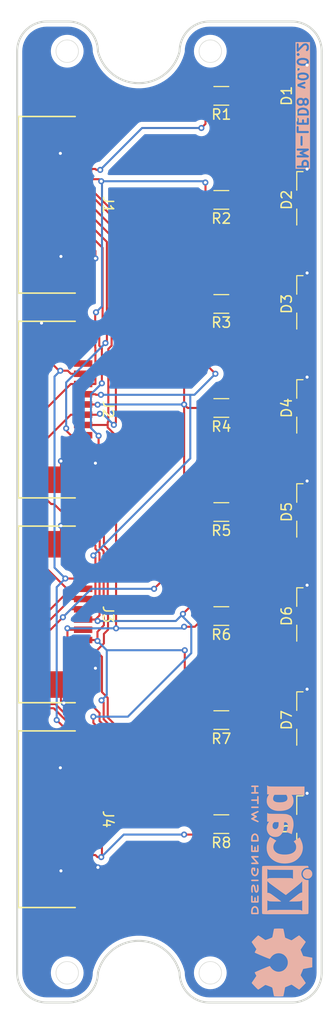
<source format=kicad_pcb>
(kicad_pcb (version 20240108) (generator "pcbnew") (generator_version "8.0")
  (title_block (title "${article} v${version}"))
  (layers (0 "F.Cu" signal) (31 "B.Cu" signal) (34 "B.Paste" user) (35 "F.Paste" user) (36 "B.SilkS" user "B.Silkscreen") (37 "F.SilkS" user "F.Silkscreen") (38 "B.Mask" user) (39 "F.Mask" user) (44 "Edge.Cuts" user))
  (property "article" "PM-LED8")
  (property "version" "0.0.2")
  (net 0 "")
  (net 2 "GND")
  (net 6 "Net-(J1-Pin_3)")
  (net 7 "Net-(J1-Pin_2)")
  (net 8 "Net-(J1-Pin_6)")
  (net 9 "Net-(J1-Pin_4)")
  (net 10 "Net-(J1-Pin_7)")
  (net 11 "Net-(J1-Pin_9)")
  (net 12 "Net-(J1-Pin_8)")
  (net 13 "Net-(J1-Pin_5)")
  (net 14 "Net-(D1-A)")
  (net 15 "Net-(D2-A)")
  (net 16 "Net-(D3-A)")
  (net 17 "Net-(D4-A)")
  (net 18 "Net-(D5-A)")
  (net 19 "Net-(D6-A)")
  (net 20 "Net-(D7-A)")
  (net 21 "Net-(D8-A)")
  (footprint "kicad_inventree_lib:CONN10_AFA07-S10_JUS" (layer "F.Cu") (at 53.8 110.8 -90)
    (property "Reference" "J3")
    (property "Value" "AFA07-S10FCC-00")
  )
  (footprint "kicad_inventree_lib:MountingHole_M2" (layer "F.Cu") (at 55.8 145.8)
    (property "Reference" "H4" (hide yes))
    (property "Value" "MountingHole_M2")
    (fp_circle (center 0 0) (end 1.1 0) (stroke (width 0.05)) (fill none) (layer "Edge.Cuts"))
  )
  (footprint "Resistor_SMD:R_1206_3216Metric_Pad1.30x1.75mm_HandSolder" (layer "F.Cu") (at 70.88 80.48 180)
    (property "Reference" "R3")
    (property "Value" "680R")
  )
  (footprint "kicad_inventree_lib:LED_Kingbright_KPA-3010_3x2x1mm" (layer "F.Cu") (at 79.77 121.12 -90)
    (property "Reference" "D7")
    (property "Value" "Green")
  )
  (footprint "kicad_inventree_lib:LED_Kingbright_KPA-3010_3x2x1mm" (layer "F.Cu") (at 79.77 80.48 -90)
    (property "Reference" "D3")
    (property "Value" "Green")
  )
  (footprint "kicad_inventree_lib:LED_Kingbright_KPA-3010_3x2x1mm" (layer "F.Cu") (at 79.77 90.64 -90)
    (property "Reference" "D4")
    (property "Value" "Green")
  )
  (footprint "kicad_inventree_lib:LED_Kingbright_KPA-3010_3x2x1mm" (layer "F.Cu") (at 79.77 60.16 -90)
    (property "Reference" "D1")
    (property "Value" "Green")
  )
  (footprint "Resistor_SMD:R_1206_3216Metric_Pad1.30x1.75mm_HandSolder" (layer "F.Cu") (at 70.88 121.12 180)
    (property "Reference" "R7")
    (property "Value" "680R")
  )
  (footprint "Resistor_SMD:R_1206_3216Metric_Pad1.30x1.75mm_HandSolder" (layer "F.Cu") (at 70.88 100.8 180)
    (property "Reference" "R5")
    (property "Value" "680R")
  )
  (footprint "Resistor_SMD:R_1206_3216Metric_Pad1.30x1.75mm_HandSolder" (layer "F.Cu") (at 70.88 60.16 180)
    (property "Reference" "R1")
    (property "Value" "680R")
  )
  (footprint "Resistor_SMD:R_1206_3216Metric_Pad1.30x1.75mm_HandSolder" (layer "F.Cu") (at 70.88 131.28 180)
    (property "Reference" "R8")
    (property "Value" "680R")
  )
  (footprint "kicad_inventree_lib:MountingHole_M2" (layer "F.Cu") (at 69.8 145.8)
    (property "Reference" "H3" (hide yes))
    (property "Value" "MountingHole_M2")
    (fp_circle (center 0 0) (end 1.1 0) (stroke (width 0.05)) (fill none) (layer "Edge.Cuts"))
  )
  (footprint "kicad_inventree_lib:LED_Kingbright_KPA-3010_3x2x1mm" (layer "F.Cu") (at 79.77 110.96 -90)
    (property "Reference" "D6")
    (property "Value" "Green")
  )
  (footprint "kicad_inventree_lib:LED_Kingbright_KPA-3010_3x2x1mm" (layer "F.Cu") (at 79.77 70.32 -90)
    (property "Reference" "D2")
    (property "Value" "Green")
  )
  (footprint "kicad_inventree_lib:CONN10_AFA07-S10_JUS" (layer "F.Cu") (at 53.8 130.8 -90)
    (property "Reference" "J4")
    (property "Value" "AFA07-S10FCC-00")
  )
  (footprint "kicad_inventree_lib:MountingHole_M2" (layer "F.Cu") (at 69.8 55.8)
    (property "Reference" "H1" (hide yes))
    (property "Value" "MountingHole_M2")
    (fp_circle (center 0 0) (end 1.1 0) (stroke (width 0.05)) (fill none) (layer "Edge.Cuts"))
  )
  (footprint "kicad_inventree_lib:LED_Kingbright_KPA-3010_3x2x1mm" (layer "F.Cu") (at 79.77 131.28 -90)
    (property "Reference" "D8")
    (property "Value" "Green")
  )
  (footprint "kicad_inventree_lib:CONN10_AFA07-S10_JUS" (layer "F.Cu") (at 53.8 70.8 -90)
    (property "Reference" "J1")
    (property "Value" "AFA07-S10FCC-00")
  )
  (footprint "kicad_inventree_lib:CONN10_AFA07-S10_JUS" (layer "F.Cu") (at 53.8 90.8 -90)
    (property "Reference" "J2")
    (property "Value" "AFA07-S10FCC-00")
  )
  (footprint "Resistor_SMD:R_1206_3216Metric_Pad1.30x1.75mm_HandSolder" (layer "F.Cu") (at 70.88 70.32 180)
    (property "Reference" "R2")
    (property "Value" "680R")
  )
  (footprint "Resistor_SMD:R_1206_3216Metric_Pad1.30x1.75mm_HandSolder" (layer "F.Cu") (at 70.88 110.96 180)
    (property "Reference" "R6")
    (property "Value" "680R")
  )
  (footprint "Resistor_SMD:R_1206_3216Metric_Pad1.30x1.75mm_HandSolder" (layer "F.Cu") (at 70.88 90.64 180)
    (property "Reference" "R4")
    (property "Value" "680R")
  )
  (footprint "kicad_inventree_lib:LED_Kingbright_KPA-3010_3x2x1mm" (layer "F.Cu") (at 79.77 100.8 -90)
    (property "Reference" "D5")
    (property "Value" "Green")
  )
  (footprint "kicad_inventree_lib:MountingHole_M2" (layer "F.Cu") (at 55.8 55.8)
    (property "Reference" "H2" (hide yes))
    (property "Value" "MountingHole_M2")
    (fp_circle (center 0 0) (end 1.1 0) (stroke (width 0.05)) (fill none) (layer "Edge.Cuts"))
  )
  (footprint "Symbol:OSHW-Symbol_6.7x6mm_SilkScreen" (layer "B.Cu") (at 76.8 144.8 90)
    (property "Reference" "REF**" (hide yes))
    (property "Value" "OSHW-Symbol_6.7x6mm_SilkScreen" (hide yes))
  )
  (footprint "Symbol:KiCad-Logo2_5mm_SilkScreen" (layer "B.Cu") (at 76.8 133.8 90)
    (property "Reference" "Logo_kicad" (hide yes))
    (property "Value" "KiCad-Logo2_5mm_SilkScreen" (hide yes))
  )
  (gr_line (start 80.7 145.8) (end 80.7 55.8) (stroke (width 0.2)) (layer "Edge.Cuts"))
  (gr_arc (start 50.9 55.8) (mid 51.74939 53.74939) (end 53.8 52.9) (stroke (width 0.2)) (layer "Edge.Cuts"))
  (gr_arc (start 58.800001 145.8) (mid 62.8 142.676895) (end 66.799999 145.8) (stroke (width 0.2)) (layer "Edge.Cuts"))
  (gr_arc (start 80.7 145.8) (mid 79.85061 147.85061) (end 77.8 148.7) (stroke (width 0.2)) (layer "Edge.Cuts"))
  (gr_arc (start 55.9 52.9) (mid 57.95061 53.74939) (end 58.8 55.8) (stroke (width 0.2)) (layer "Edge.Cuts"))
  (gr_line (start 53.8 148.7) (end 55.9 148.7) (stroke (width 0.2)) (layer "Edge.Cuts"))
  (gr_arc (start 58.8 145.8) (mid 57.95061 147.85061) (end 55.9 148.7) (stroke (width 0.2)) (layer "Edge.Cuts"))
  (gr_arc (start 66.799999 55.8) (mid 62.8 58.923105) (end 58.800001 55.8) (stroke (width 0.2)) (layer "Edge.Cuts"))
  (gr_line (start 50.9 55.8) (end 50.9 145.8) (stroke (width 0.2)) (layer "Edge.Cuts"))
  (gr_arc (start 53.8 148.7) (mid 51.74939 147.85061) (end 50.9 145.8) (stroke (width 0.2)) (layer "Edge.Cuts"))
  (gr_line (start 69.7 148.7) (end 77.8 148.7) (stroke (width 0.2)) (layer "Edge.Cuts"))
  (gr_line (start 69.7 52.9) (end 77.8 52.9) (stroke (width 0.2)) (layer "Edge.Cuts"))
  (gr_arc (start 77.8 52.9) (mid 79.85061 53.74939) (end 80.7 55.8) (stroke (width 0.2)) (layer "Edge.Cuts"))
  (gr_line (start 53.8 52.9) (end 55.9 52.9) (stroke (width 0.2)) (layer "Edge.Cuts"))
  (gr_arc (start 66.8 55.8) (mid 67.64939 53.74939) (end 69.7 52.9) (stroke (width 0.2)) (layer "Edge.Cuts"))
  (gr_arc (start 69.7 148.7) (mid 67.64939 147.85061) (end 66.8 145.8) (stroke (width 0.2)) (layer "Edge.Cuts"))
  (gr_text "${article} v${version}" (at 78.8 54.8 270) (layer "B.SilkS" knockout) (effects (font (size 1 1) (thickness 0.2) (bold yes)) (justify right mirror)))
  (segment (start 79.27 128.2687) (end 79.27 129.53) (width 0.2) (layer "F.Cu") (net 2))
  (segment (start 53.3857 83.95) (end 53.3857 82.4484) (width 0.2) (layer "F.Cu") (net 2))
  (segment (start 57.356 135.3) (end 58.5594 135.3) (width 0.2) (layer "F.Cu") (net 2))
  (segment (start 58.5594 116.0548) (end 58.5594 115.3) (width 0.2) (layer "F.Cu") (net 2))
  (segment (start 57.356 95.3) (end 58.5594 95.3) (width 0.2) (layer "F.Cu") (net 2))
  (segment (start 79.27 107.9462) (end 79.27 109.21) (width 0.2) (layer "F.Cu") (net 2))
  (segment (start 55.186 95.8249) (end 55.186 97.65) (width 0.2) (layer "F.Cu") (net 2))
  (segment (start 58.5594 75.3) (end 58.5594 76.0353) (width 0.2) (layer "F.Cu") (net 2))
  (segment (start 79.27 97.7727) (end 79.27 99.05) (width 0.2) (layer "F.Cu") (net 2))
  (segment (start 55.186 135.8431) (end 55.186 137.65) (width 0.2) (layer "F.Cu") (net 2))
  (segment (start 58.5594 135.3) (end 58.7644 135.505) (width 0.2) (layer "F.Cu") (net 2))
  (segment (start 79.27 77.4556) (end 79.27 78.73) (width 0.2) (layer "F.Cu") (net 2))
  (segment (start 55.1272 65.6059) (end 55.186 65.5471) (width 0.2) (layer "F.Cu") (net 2))
  (segment (start 55.186 123.95) (end 55.186 125.5471) (width 0.2) (layer "F.Cu") (net 2))
  (segment (start 55.4679 119.4578) (end 55.2572 119.2471) (width 0.2) (layer "F.Cu") (net 2))
  (segment (start 55.1272 125.6059) (end 55.1272 125.7778) (width 0.2) (layer "F.Cu") (net 2))
  (segment (start 57.356 115.3) (end 58.5594 115.3) (width 0.2) (layer "F.Cu") (net 2))
  (segment (start 79.27 57.157) (end 79.27 58.41) (width 0.2) (layer "F.Cu") (net 2))
  (segment (start 55.186 83.95) (end 53.3857 83.95) (width 0.2) (layer "F.Cu") (net 2))
  (segment (start 55.1272 65.7778) (end 55.1272 65.6059) (width 0.2) (layer "F.Cu") (net 2))
  (segment (start 79.27 87.6275) (end 79.27 88.89) (width 0.2) (layer "F.Cu") (net 2))
  (segment (start 55.186 75.8431) (end 55.186 77.65) (width 0.2) (layer "F.Cu") (net 2))
  (segment (start 58.7644 135.505) (end 58.8028 135.505) (width 0.2) (layer "F.Cu") (net 2))
  (segment (start 55.186 125.5471) (end 55.1272 125.6059) (width 0.2) (layer "F.Cu") (net 2))
  (segment (start 55.2572 119.2471) (end 55.186 119.2471) (width 0.2) (layer "F.Cu") (net 2))
  (segment (start 53.3857 82.4484) (end 53.2847 82.3474) (width 0.2) (layer "F.Cu") (net 2))
  (segment (start 55.186 117.65) (end 55.186 119.2471) (width 0.2) (layer "F.Cu") (net 2))
  (segment (start 55.186 63.95) (end 55.186 65.5471) (width 0.2) (layer "F.Cu") (net 2))
  (segment (start 55.186 103.95) (end 55.186 102.1394) (width 0.2) (layer "F.Cu") (net 2))
  (segment (start 79.27 118.102) (end 79.27 119.37) (width 0.2) (layer "F.Cu") (net 2))
  (segment (start 57.356 75.3) (end 58.5594 75.3) (width 0.2) (layer "F.Cu") (net 2))
  (segment (start 58.5594 96.0307) (end 58.5594 95.3) (width 0.2) (layer "F.Cu") (net 2))
  (segment (start 79.27 67.3072) (end 79.27 68.57) (width 0.2) (layer "F.Cu") (net 2))
  (via (at 79.27 67.3072) (size 0.6) (drill 0.3) (layers "F.Cu" "B.Cu") (net 2))
  (via (at 55.186 135.8431) (size 0.6) (drill 0.3) (layers "F.Cu" "B.Cu") (net 2))
  (via (at 55.1272 65.7778) (size 0.6) (drill 0.3) (layers "F.Cu" "B.Cu") (net 2))
  (via (at 55.186 95.8249) (size 0.6) (drill 0.3) (layers "F.Cu" "B.Cu") (net 2))
  (via (at 79.27 118.102) (size 0.6) (drill 0.3) (layers "F.Cu" "B.Cu") (net 2))
  (via (at 55.1272 125.7778) (size 0.6) (drill 0.3) (layers "F.Cu" "B.Cu") (net 2))
  (via (at 55.4679 119.4578) (size 0.6) (drill 0.3) (layers "F.Cu" "B.Cu") (net 2))
  (via (at 58.5594 116.0548) (size 0.6) (drill 0.3) (layers "F.Cu" "B.Cu") (net 2))
  (via (at 79.27 77.4556) (size 0.6) (drill 0.3) (layers "F.Cu" "B.Cu") (net 2))
  (via (at 79.27 107.9462) (size 0.6) (drill 0.3) (layers "F.Cu" "B.Cu") (net 2))
  (via (at 55.186 102.1394) (size 0.6) (drill 0.3) (layers "F.Cu" "B.Cu") (net 2))
  (via (at 53.2847 82.3474) (size 0.6) (drill 0.3) (layers "F.Cu" "B.Cu") (net 2))
  (via (at 58.5594 76.0353) (size 0.6) (drill 0.3) (layers "F.Cu" "B.Cu") (net 2))
  (via (at 55.186 75.8431) (size 0.6) (drill 0.3) (layers "F.Cu" "B.Cu") (net 2))
  (via (at 79.27 57.157) (size 0.6) (drill 0.3) (layers "F.Cu" "B.Cu") (net 2))
  (via (at 79.27 87.6275) (size 0.6) (drill 0.3) (layers "F.Cu" "B.Cu") (net 2))
  (via (at 58.5594 96.0307) (size 0.6) (drill 0.3) (layers "F.Cu" "B.Cu") (net 2))
  (via (at 79.27 128.2687) (size 0.6) (drill 0.3) (layers "F.Cu" "B.Cu") (net 2))
  (via (at 58.8028 135.505) (size 0.6) (drill 0.3) (layers "F.Cu" "B.Cu") (net 2))
  (via (at 79.27 97.7727) (size 0.6) (drill 0.3) (layers "F.Cu" "B.Cu") (net 2))
  (segment (start 52.5549 124.7023) (end 56.1526 128.3) (width 0.2) (layer "F.Cu") (net 6))
  (segment (start 58.6152 81.3) (end 58.5384 81.3768) (width 0.2) (layer "F.Cu") (net 6))
  (segment (start 52.5549 111.8977) (end 52.5549 124.7023) (width 0.2) (layer "F.Cu") (net 6))
  (segment (start 58.9297 68.3) (end 59.1297 68.5) (width 0.2) (layer "F.Cu") (net 6))
  (segment (start 57.356 68.3) (end 58.9297 68.3) (width 0.2) (layer "F.Cu") (net 6))
  (segment (start 58.5594 84.738) (end 58.5594 88.3) (width 0.2) (layer "F.Cu") (net 6))
  (segment (start 52.984 91.4686) (end 52.984 105.5114) (width 0.2) (layer "F.Cu") (net 6))
  (segment (start 52.984 105.5114) (end 55.7726 108.3) (width 0.2) (layer "F.Cu") (net 6))
  (segment (start 56.1526 88.3) (end 52.984 91.4686) (width 0.2) (layer "F.Cu") (net 6))
  (segment (start 58.5384 81.3768) (end 58.5384 84.717) (width 0.2) (layer "F.Cu") (net 6))
  (segment (start 57.9577 88.3) (end 57.356 88.3) (width 0.2) (layer "F.Cu") (net 6))
  (segment (start 69.3169 68.622) (end 69.33 68.6351) (width 0.2) (layer "F.Cu") (net 6))
  (segment (start 57.356 108.3) (end 56.1526 108.3) (width 0.2) (layer "F.Cu") (net 6))
  (segment (start 57.356 128.3) (end 56.1526 128.3) (width 0.2) (layer "F.Cu") (net 6))
  (segment (start 69.33 68.6351) (end 69.33 70.32) (width 0.2) (layer "F.Cu") (net 6))
  (segment (start 57.356 88.3) (end 56.1526 88.3) (width 0.2) (layer "F.Cu") (net 6))
  (segment (start 55.7726 108.3) (end 56.1526 108.3) (width 0.2) (layer "F.Cu") (net 6))
  (segment (start 57.9577 88.3) (end 58.5594 88.3) (width 0.2) (layer "F.Cu") (net 6))
  (segment (start 58.5384 84.717) (end 58.5594 84.738) (width 0.2) (layer "F.Cu") (net 6))
  (segment (start 56.1526 108.3) (end 52.5549 111.8977) (width 0.2) (layer "F.Cu") (net 6))
  (via (at 59.1297 68.5) (size 0.6) (drill 0.3) (layers "F.Cu" "B.Cu") (net 6))
  (via (at 58.6152 81.3) (size 0.6) (drill 0.3) (layers "F.Cu" "B.Cu") (net 6))
  (via (at 69.3169 68.622) (size 0.6) (drill 0.3) (layers "F.Cu" "B.Cu") (net 6))
  (segment (start 59.2033 80.7119) (end 58.6152 81.3) (width 0.2) (layer "B.Cu") (net 6))
  (segment (start 69.1949 68.5) (end 69.3169 68.622) (width 0.2) (layer "B.Cu") (net 6))
  (segment (start 59.1297 68.5) (end 59.2033 68.5736) (width 0.2) (layer "B.Cu") (net 6))
  (segment (start 59.2033 68.5736) (end 59.2033 80.7119) (width 0.2) (layer "B.Cu") (net 6))
  (segment (start 59.1297 68.5) (end 69.1949 68.5) (width 0.2) (layer "B.Cu") (net 6))
  (segment (start 56.3999 121.8857) (end 55.5438 121.8857) (width 0.2) (layer "F.Cu") (net 7))
  (segment (start 57.9577 67.3) (end 57.356 67.3) (width 0.2) (layer "F.Cu") (net 7))
  (segment (start 57.9577 67.3) (end 58.5594 67.3) (width 0.2) (layer "F.Cu") (net 7))
  (segment (start 57.6728 124.9709) (end 57.6728 123.1586) (width 0.2) (layer "F.Cu") (net 7))
  (segment (start 57.356 107.3) (end 56.1526 107.3) (width 0.2) (layer "F.Cu") (net 7))
  (segment (start 58.033 127.3) (end 58.5594 126.7736) (width 0.2) (layer "F.Cu") (net 7))
  (segment (start 55.3993 87) (end 55.4899 87) (width 0.2) (layer "F.Cu") (net 7))
  (segment (start 58.5594 126.7736) (end 58.5594 125.8575) (width 0.2) (layer "F.Cu") (net 7))
  (segment (start 58.5594 67.3) (end 58.6506 67.3912) (width 0.2) (layer "F.Cu") (net 7))
  (segment (start 55.3086 87) (end 55.3993 87) (width 0.2) (layer "F.Cu") (net 7))
  (segment (start 55.8526 87) (end 56.1526 87.3) (width 0.2) (layer "F.Cu") (net 7))
  (segment (start 55.4899 87) (end 55.8526 87) (width 0.2) (layer "F.Cu") (net 7))
  (segment (start 58.6506 67.3912) (end 59.0289 67.3912) (width 0.2) (layer "F.Cu") (net 7))
  (segment (start 57.356 87.3) (end 56.1526 87.3) (width 0.2) (layer "F.Cu") (net 7))
  (segment (start 57.6728 123.1586) (end 56.3999 121.8857) (width 0.2) (layer "F.Cu") (net 7))
  (segment (start 56.1465 107.2939) (end 56.1526 107.3) (width 0.2) (layer "F.Cu") (net 7))
  (segment (start 58.5594 125.8575) (end 57.6728 124.9709) (width 0.2) (layer "F.Cu") (net 7))
  (segment (start 55.5438 121.8857) (end 54.7692 121.1111) (width 0.2) (layer "F.Cu") (net 7))
  (segment (start 56.2543 67.300007) (end 51.8 71.754307) (width 0.2) (layer "F.Cu") (net 7))
  (segment (start 57.356 67.300007) (end 56.2543 67.300007) (width 0.2) (layer "F.Cu") (net 7))
  (segment (start 55.6173 107.2939) (end 56.1465 107.2939) (width 0.2) (layer "F.Cu") (net 7))
  (segment (start 51.8 83.8) (end 55 87) (width 0.2) (layer "F.Cu") (net 7))
  (segment (start 69.33 62.8982) (end 68.9282 63.3) (width 0.2) (layer "F.Cu") (net 7))
  (segment (start 51.8 71.754307) (end 51.8 83.8) (width 0.2) (layer "F.Cu") (net 7))
  (segment (start 57.356 127.3) (end 58.033 127.3) (width 0.2) (layer "F.Cu") (net 7))
  (segment (start 55 87) (end 55.1272 87) (width 0.2) (layer "F.Cu") (net 7))
  (segment (start 55.1272 87) (end 55.3086 87) (width 0.2) (layer "F.Cu") (net 7))
  (segment (start 69.33 60.16) (end 69.33 62.8982) (width 0.2) (layer "F.Cu") (net 7))
  (via (at 54.7692 121.1111) (size 0.6) (drill 0.3) (layers "F.Cu" "B.Cu") (net 7))
  (via (at 59.0289 67.3912) (size 0.6) (drill 0.3) (layers "F.Cu" "B.Cu") (net 7))
  (via (at 55.6173 107.2939) (size 0.6) (drill 0.3) (layers "F.Cu" "B.Cu") (net 7))
  (via (at 55.1272 87) (size 0.6) (drill 0.3) (layers "F.Cu" "B.Cu") (net 7))
  (via (at 68.9282 63.3) (size 0.6) (drill 0.3) (layers "F.Cu" "B.Cu") (net 7))
  (segment (start 54.5581 106.2347) (end 54.5581 87.5691) (width 0.2) (layer "B.Cu") (net 7))
  (segment (start 54.7692 108.142) (end 55.6173 107.2939) (width 0.2) (layer "B.Cu") (net 7))
  (segment (start 54.5581 87.5691) (end 55.1272 87) (width 0.2) (layer "B.Cu") (net 7))
  (segment (start 68.9282 63.3) (end 63.1201 63.3) (width 0.2) (layer "B.Cu") (net 7))
  (segment (start 63.1201 63.3) (end 59.0289 67.3912) (width 0.2) (layer "B.Cu") (net 7))
  (segment (start 55.6173 107.2939) (end 54.5581 106.2347) (width 0.2) (layer "B.Cu") (net 7))
  (segment (start 54.7692 121.1111) (end 54.7692 108.142) (width 0.2) (layer "B.Cu") (net 7))
  (segment (start 58.5594 104.0713) (end 54.5109 100.0228) (width 0.2) (layer "F.Cu") (net 8))
  (segment (start 58.9603 104.7984) (end 58.6078 104.4459) (width 0.2) (layer "F.Cu") (net 8))
  (segment (start 58.9611 130.5047) (end 58.9611 129.8326) (width 0.2) (layer "F.Cu") (net 8))
  (segment (start 58.9611 104.8813) (end 58.9603 104.8805) (width 0.2) (layer "F.Cu") (net 8))
  (segment (start 60.5598 73.3004) (end 58.5594 71.3) (width 0.2) (layer "F.Cu") (net 8))
  (segment (start 57.356 91.3) (end 56.1526 91.3) (width 0.2) (layer "F.Cu") (net 8))
  (segment (start 59.1611 129.6326) (end 59.1611 129.5255) (width 0.2) (layer "F.Cu") (net 8))
  (segment (start 59.7645 125.3586) (end 59.3628 124.9569) (width 0.2) (layer "F.Cu") (net 8))
  (segment (start 58.7033 111.4439) (end 58.5594 111.3) (width 0.2) (layer "F.Cu") (net 8))
  (segment (start 54.5109 100.0228) (end 54.2295 100.0228) (width 0.2) (layer "F.Cu") (net 8))
  (segment (start 57.356 131.3) (end 58.0019 131.3) (width 0.2) (layer "F.Cu") (net 8))
  (segment (start 58.7257 130.7401) (end 58.9611 130.5047) (width 0.2) (layer "F.Cu") (net 8))
  (segment (start 58.9611 110.8983) (end 58.9611 104.8813) (width 0.2) (layer "F.Cu") (net 8))
  (segment (start 58.0019 131.3) (end 58.5617 130.7402) (width 0.2) (layer "F.Cu") (net 8))
  (segment (start 58.9611 129.8326) (end 59.1611 129.6326) (width 0.2) (layer "F.Cu") (net 8))
  (segment (start 58.6078 104.4459) (end 58.6077 104.4459) (width 0.2) (layer "F.Cu") (net 8))
  (segment (start 60.3602 92.2916) (end 60.5598 92.092) (width 0.2) (layer "F.Cu") (net 8))
  (segment (start 59.3628 124.9569) (end 59.3628 122.3948) (width 0.2) (layer "F.Cu") (net 8))
  (segment (start 59.7645 127.7989) (end 59.7645 125.3586) (width 0.2) (layer "F.Cu") (net 8))
  (segment (start 54.2295 100.0228) (end 53.3857 99.179) (width 0.2) (layer "F.Cu") (net 8))
  (segment (start 58.7748 111.4439) (end 58.7033 111.4439) (width 0.2) (layer "F.Cu") (net 8))
  (segment (start 53.3857 99.179) (end 53.3857 94.0669) (width 0.2) (layer "F.Cu") (net 8))
  (segment (start 58.9603 104.8805) (end 58.9603 104.7984) (width 0.2) (layer "F.Cu") (net 8))
  (segment (start 58.6077 104.4459) (end 58.5594 104.3976) (width 0.2) (layer "F.Cu") (net 8))
  (segment (start 58.9904 91.2102) (end 58.9006 91.3) (width 0.2) (layer "F.Cu") (net 8))
  (segment (start 53.3857 94.0669) (end 56.1526 91.3) (width 0.2) (layer "F.Cu") (net 8))
  (segment (start 58.3585 121.3905) (end 58.3585 120.7861) (width 0.2) (layer "F.Cu") (net 8))
  (segment (start 59.1611 129.5255) (end 59.3628 129.3238) (width 0.2) (layer "F.Cu") (net 8))
  (segment (start 58.9006 91.3) (end 57.356 91.3) (width 0.2) (layer "F.Cu") (net 8))
  (segment (start 58.5617 130.7402) (end 58.5617 130.7401) (width 0.2) (layer "F.Cu") (net 8))
  (segment (start 60.5598 92.092) (end 60.5598 73.3004) (width 0.2) (layer "F.Cu") (net 8))
  (segment (start 58.5617 130.7401) (end 58.7257 130.7401) (width 0.2) (layer "F.Cu") (net 8))
  (segment (start 58.5594 111.3) (end 58.9611 110.8983) (width 0.2) (layer "F.Cu") (net 8))
  (segment (start 58.5594 104.3976) (end 58.5594 104.0713) (width 0.2) (layer "F.Cu") (net 8))
  (segment (start 69.33 108.5443) (end 67.1222 110.7521) (width 0.2) (layer "F.Cu") (net 8))
  (segment (start 59.3628 129.3238) (end 59.3628 128.2006) (width 0.2) (layer "F.Cu") (net 8))
  (segment (start 57.356 71.3) (end 58.5594 71.3) (width 0.2) (layer "F.Cu") (net 8))
  (segment (start 59.3628 122.3948) (end 58.3585 121.3905) (width 0.2) (layer "F.Cu") (net 8))
  (segment (start 69.33 100.8) (end 69.33 108.5443) (width 0.2) (layer "F.Cu") (net 8))
  (segment (start 57.356 111.3) (end 58.5594 111.3) (width 0.2) (layer "F.Cu") (net 8))
  (segment (start 59.3628 128.2006) (end 59.7645 127.7989) (width 0.2) (layer "F.Cu") (net 8))
  (via (at 60.3602 92.2916) (size 0.6) (drill 0.3) (layers "F.Cu" "B.Cu") (net 8))
  (via (at 58.9904 91.2102) (size 0.6) (drill 0.3) (layers "F.Cu" "B.Cu") (net 8))
  (via (at 58.7748 111.4439) (size 0.6) (drill 0.3) (layers "F.Cu" "B.Cu") (net 8))
  (via (at 58.3585 120.7861) (size 0.6) (drill 0.3) (layers "F.Cu" "B.Cu") (net 8))
  (via (at 67.1222 110.7521) (size 0.6) (drill 0.3) (layers "F.Cu" "B.Cu") (net 8))
  (segment (start 67.941 111.8555) (end 67.941 114.5795) (width 0.2) (layer "B.Cu") (net 8))
  (segment (start 66.4304 111.4439) (end 66.9799 110.8944) (width 0.2) (layer "B.Cu") (net 8))
  (segment (start 67.941 114.5795) (end 61.7344 120.7861) (width 0.2) (layer "B.Cu") (net 8))
  (segment (start 60.3602 92.2916) (end 59.2788 91.2102) (width 0.2) (layer "B.Cu") (net 8))
  (segment (start 58.7748 111.4439) (end 66.4304 111.4439) (width 0.2) (layer "B.Cu") (net 8))
  (segment (start 66.9799 110.8944) (end 67.941 111.8555) (width 0.2) (layer "B.Cu") (net 8))
  (segment (start 59.2788 91.2102) (end 58.9904 91.2102) (width 0.2) (layer "B.Cu") (net 8))
  (segment (start 61.7344 120.7861) (end 58.3585 120.7861) (width 0.2) (layer "B.Cu") (net 8))
  (segment (start 66.9799 110.8944) (end 67.1222 110.7521) (width 0.2) (layer "B.Cu") (net 8))
  (segment (start 69.33 80.48) (end 69.33 86.33) (width 0.2) (layer "F.Cu") (net 9))
  (segment (start 58.3586 105.0476) (end 58.5594 105.2484) (width 0.2) (layer "F.Cu") (net 9))
  (segment (start 52.9566 119.3629) (end 52.9566 112.496) (width 0.2) (layer "F.Cu") (net 9))
  (segment (start 57.356 129.3) (end 58.027 129.3) (width 0.2) (layer "F.Cu") (net 9))
  (segment (start 59.1 89.3544) (end 58.6138 89.3544) (width 0.2) (layer "F.Cu") (net 9))
  (segment (start 58.5594 127.8679) (end 58.9611 127.4662) (width 0.2) (layer "F.Cu") (net 9))
  (segment (start 57.356 89.3) (end 58.5594 89.3) (width 0.2) (layer "F.Cu") (net 9))
  (segment (start 58.6138 89.3544) (end 58.5594 89.3) (width 0.2) (layer "F.Cu") (net 9))
  (segment (start 57.356 109.3) (end 56.1526 109.3) (width 0.2) (layer "F.Cu") (net 9))
  (segment (start 54.4762 119.962) (end 53.5557 119.962) (width 0.2) (layer "F.Cu") (net 9))
  (segment (start 58.5594 105.2484) (end 58.5594 109.3) (width 0.2) (layer "F.Cu") (net 9))
  (segment (start 58.150003 69.300003) (end 69.33 80.48) (width 0.2) (layer "F.Cu") (net 9))
  (segment (start 58.5594 128.7676) (end 58.5594 127.8679) (width 0.2) (layer "F.Cu") (net 9))
  (segment (start 58.9611 127.4662) (end 58.9611 125.6912) (width 0.2) (layer "F.Cu") (net 9))
  (segment (start 56.5662 121.484) (end 55.9982 121.484) (width 0.2) (layer "F.Cu") (net 9))
  (segment (start 58.027 129.3) (end 58.5594 128.7676) (width 0.2) (layer "F.Cu") (net 9))
  (segment (start 58.0745 124.8046) (end 58.0745 122.9923) (width 0.2) (layer "F.Cu") (net 9))
  (segment (start 57.356 109.3) (end 58.5594 109.3) (width 0.2) (layer "F.Cu") (net 9))
  (segment (start 53.5557 119.962) (end 52.9566 119.3629) (width 0.2) (layer "F.Cu") (net 9))
  (segment (start 58.0745 122.9923) (end 56.5662 121.484) (width 0.2) (layer "F.Cu") (net 9))
  (segment (start 58.9611 125.6912) (end 58.0745 124.8046) (width 0.2) (layer "F.Cu") (net 9))
  (segment (start 55.9982 121.484) (end 54.4762 119.962) (width 0.2) (layer "F.Cu") (net 9))
  (segment (start 52.9566 112.496) (end 56.1526 109.3) (width 0.2) (layer "F.Cu") (net 9))
  (segment (start 69.33 86.33) (end 70.3 87.3) (width 0.2) (layer "F.Cu") (net 9))
  (segment (start 57.356 69.300003) (end 58.150003 69.300003) (width 0.2) (layer "F.Cu") (net 9))
  (via (at 70.3 87.3) (size 0.6) (drill 0.3) (layers "F.Cu" "B.Cu") (net 9))
  (via (at 58.3586 105.0476) (size 0.6) (drill 0.3) (layers "F.Cu" "B.Cu") (net 9))
  (via (at 59.1 89.3544) (size 0.6) (drill 0.3) (layers "F.Cu" "B.Cu") (net 9))
  (segment (start 67.8428 89.3544) (end 67.8428 95.5634) (width 0.2) (layer "B.Cu") (net 9))
  (segment (start 70.3 87.3) (end 68.2456 89.3544) (width 0.2) (layer "B.Cu") (net 9))
  (segment (start 67.8428 95.5634) (end 58.3586 105.0476) (width 0.2) (layer "B.Cu") (net 9))
  (segment (start 67.8428 89.3544) (end 59.1 89.3544) (width 0.2) (layer "B.Cu") (net 9))
  (segment (start 68.2456 89.3544) (end 67.8428 89.3544) (width 0.2) (layer "B.Cu") (net 9))
  (segment (start 59.823 84.8713) (end 60.1435 84.5508) (width 0.2) (layer "F.Cu") (net 10))
  (segment (start 56.8016 116.0256) (end 56.4342 116.0256) (width 0.2) (layer "F.Cu") (net 10))
  (segment (start 55.8224 115.4138) (end 55.8224 112.1593) (width 0.2) (layer "F.Cu") (net 10))
  (segment (start 58.81 131.1418) (end 58.892 131.1418) (width 0.2) (layer "F.Cu") (net 10))
  (segment (start 59.7585 92.3) (end 59.7585 92.5407) (width 0.2) (layer "F.Cu") (net 10))
  (segment (start 60.1435 84.5508) (end 60.1435 73.8841) (width 0.2) (layer "F.Cu") (net 10))
  (segment (start 59.5628 129.6918) (end 59.7645 129.4901) (width 0.2) (layer "F.Cu") (net 10))
  (segment (start 58.5594 132.3) (end 58.5594 131.3924) (width 0.2) (layer "F.Cu") (net 10))
  (segment (start 59.3628 130.671) (end 59.3628 129.9989) (width 0.2) (layer "F.Cu") (net 10))
  (segment (start 58.9611 121.2006) (end 58.9611 120.4199) (width 0.2) (layer "F.Cu") (net 10))
  (segment (start 60.5811 93.3633) (end 60.5811 112.1593) (width 0.2) (layer "F.Cu") (net 10))
  (segment (start 59.7585 92.3) (end 57.356 92.3) (width 0.2) (layer "F.Cu") (net 10))
  (segment (start 60.1435 73.8841) (end 58.5594 72.3) (width 0.2) (layer "F.Cu") (net 10))
  (segment (start 59.5628 129.7989) (end 59.5628 129.6918) (width 0.2) (layer "F.Cu") (net 10))
  (segment (start 59.3628 129.9989) (end 59.5628 129.7989) (width 0.2) (layer "F.Cu") (net 10))
  (segment (start 57.356 132.3) (end 58.5594 132.3) (width 0.2) (layer "F.Cu") (net 10))
  (segment (start 59.7645 129.4901) (end 59.7645 128.3669) (width 0.2) (layer "F.Cu") (net 10))
  (segment (start 59.7585 92.5407) (end 60.5811 93.3633) (width 0.2) (layer "F.Cu") (net 10))
  (segment (start 60.1662 127.9652) (end 60.1662 125.1923) (width 0.2) (layer "F.Cu") (net 10))
  (segment (start 59.7645 122.004) (end 58.9611 121.2006) (width 0.2) (layer "F.Cu") (net 10))
  (segment (start 57.1688 116.3928) (end 56.8016 116.0256) (width 0.2) (layer "F.Cu") (net 10))
  (segment (start 58.892 131.1418) (end 59.3628 130.671) (width 0.2) (layer "F.Cu") (net 10))
  (segment (start 57.356 112.3) (end 56.1526 112.3) (width 0.2) (layer "F.Cu") (net 10))
  (segment (start 58.5594 131.3924) (end 58.81 131.1418) (width 0.2) (layer "F.Cu") (net 10))
  (segment (start 59.823 91.978) (end 59.823 84.8713) (width 0.2) (layer "F.Cu") (net 10))
  (segment (start 56.1526 112.3) (end 55.9631 112.3) (width 0.2) (layer "F.Cu") (net 10))
  (segment (start 59.7645 124.7906) (end 59.7645 122.004) (width 0.2) (layer "F.Cu") (net 10))
  (segment (start 57.1688 118.6276) (end 57.1688 116.3928) (width 0.2) (layer "F.Cu") (net 10))
  (segment (start 59.7585 92.0425) (end 59.823 91.978) (width 0.2) (layer "F.Cu") (net 10))
  (segment (start 57.356 72.3) (end 58.5594 72.3) (width 0.2) (layer "F.Cu") (net 10))
  (segment (start 69.33 110.96) (end 68.2857 112.0043) (width 0.2) (layer "F.Cu") (net 10))
  (segment (start 59.7645 128.3669) (end 60.1662 127.9652) (width 0.2) (layer "F.Cu") (net 10))
  (segment (start 58.9611 120.4199) (end 57.1688 118.6276) (width 0.2) (layer "F.Cu") (net 10))
  (segment (start 59.7585 92.3) (end 59.7585 92.0425) (width 0.2) (layer "F.Cu") (net 10))
  (segment (start 56.4342 116.0256) (end 55.8224 115.4138) (width 0.2) (layer "F.Cu") (net 10))
  (segment (start 55.9631 112.3) (end 55.8224 112.1593) (width 0.2) (layer "F.Cu") (net 10))
  (segment (start 60.1662 125.1923) (end 59.7645 124.7906) (width 0.2) (layer "F.Cu") (net 10))
  (segment (start 68.2857 112.0043) (end 67.2379 112.0043) (width 0.2) (layer "F.Cu") (net 10))
  (via (at 60.5811 112.1593) (size 0.6) (drill 0.3) (layers "F.Cu" "B.Cu") (net 10))
  (via (at 55.8224 112.1593) (size 0.6) (drill 0.3) (layers "F.Cu" "B.Cu") (net 10))
  (via (at 67.2379 112.0043) (size 0.6) (drill 0.3) (layers "F.Cu" "B.Cu") (net 10))
  (segment (start 60.5811 112.1593) (end 67.0829 112.1593) (width 0.2) (layer "B.Cu") (net 10))
  (segment (start 67.0829 112.1593) (end 67.2379 112.0043) (width 0.2) (layer "B.Cu") (net 10))
  (segment (start 60.5811 112.1593) (end 55.8224 112.1593) (width 0.2) (layer "B.Cu") (net 10))
  (segment (start 59.1898 84.8004) (end 59.1898 88.2293) (width 0.2) (layer "F.Cu") (net 11))
  (segment (start 58.9401 84.5507) (end 59.1898 84.8004) (width 0.2) (layer "F.Cu") (net 11))
  (segment (start 59.1297 134.5) (end 58.7594 134.5) (width 0.2) (layer "F.Cu") (net 11))
  (segment (start 57.356 134.3) (end 58.5594 134.3) (width 0.2) (layer "F.Cu") (net 11))
  (segment (start 60.5679 128.6995) (end 60.9696 128.2978) (width 0.2) (layer "F.Cu") (net 11))
  (segment (start 59.0745 94.8151) (end 59.0745 94.5059) (width 0.2) (layer "F.Cu") (net 11))
  (segment (start 59.3896 104.0917) (end 59.3896 95.1302) (width 0.2) (layer "F.Cu") (net 11))
  (segment (start 59.196 114.9366) (end 58.639 114.3795) (width 0.2) (layer "F.Cu") (net 11))
  (segment (start 58.639 114.3795) (end 59.3896 113.6289) (width 0.2) (layer "F.Cu") (net 11))
  (segment (start 59.1297 134.5) (end 59.196 134.4337) (width 0.2) (layer "F.Cu") (net 11))
  (segment (start 60.9696 124.8597) (end 60.5679 124.458) (width 0.2) (layer "F.Cu") (net 11))
  (segment (start 59.7586 119.0206) (end 59.7586 118.9436) (width 0.2) (layer "F.Cu") (net 11))
  (segment (start 59.7913 112.3004) (end 59.7913 110.8769) (width 0.2) (layer "F.Cu") (net 11))
  (segment (start 69.33 131.28) (end 68.31 132.3) (width 0.2) (layer "F.Cu") (net 11))
  (segment (start 60.5679 129.8227) (end 60.5679 128.6995) (width 0.2) (layer "F.Cu") (net 11))
  (segment (start 59.2606 82.2843) (end 58.9401 82.6048) (width 0.2) (layer "F.Cu") (net 11))
  (segment (start 58.8686 93.3539) (end 58.8698 93.3527) (width 0.2) (layer "F.Cu") (net 11))
  (segment (start 59.0745 94.5059) (end 58.8686 94.3) (width 0.2) (layer "F.Cu") (net 11))
  (segment (start 60.1662 131.0036) (end 60.1662 130.3315) (width 0.2) (layer "F.Cu") (net 11))
  (segment (start 58.8686 94.3) (end 58.5594 94.3) (width 0.2) (layer "F.Cu") (net 11))
  (segment (start 60.9696 128.2978) (end 60.9696 124.8597) (width 0.2) (layer "F.Cu") (net 11))
  (segment (start 59.196 118.381) (end 59.196 114.9366) (width 0.2) (layer "F.Cu") (net 11))
  (segment (start 60.1662 130.3315) (end 60.3662 130.1315) (width 0.2) (layer "F.Cu") (net 11))
  (segment (start 60.5679 121.6713) (end 59.7645 120.8679) (width 0.2) (layer "F.Cu") (net 11))
  (segment (start 59.7637 104.4658) (end 59.3896 104.0917) (width 0.2) (layer "F.Cu") (net 11))
  (segment (start 59.3896 112.7021) (end 59.7913 112.3004) (width 0.2) (layer "F.Cu") (net 11))
  (segment (start 58.9401 82.6048) (end 58.9401 84.5507) (width 0.2) (layer "F.Cu") (net 11))
  (segment (start 59.7645 119.0265) (end 59.7586 119.0206) (width 0.2) (layer "F.Cu") (net 11))
  (segment (start 59.3896 95.1302) (end 59.0745 94.8151) (width 0.2) (layer "F.Cu") (net 11))
  (segment (start 59.2606 75.0012) (end 59.2606 82.2843) (width 0.2) (layer "F.Cu") (net 11))
  (segment (start 59.5977 131.5721) (end 60.1662 131.0036) (width 0.2) (layer "F.Cu") (net 11))
  (segment (start 58.8686 94.3) (end 58.8686 93.3539) (width 0.2) (layer "F.Cu") (net 11))
  (segment (start 59.7645 104.5487) (end 59.7637 104.5479) (width 0.2) (layer "F.Cu") (net 11))
  (segment (start 57.356 114.3) (end 58.5594 114.3) (width 0.2) (layer "F.Cu") (net 11))
  (segment (start 59.7913 110.8769) (end 59.7645 110.8501) (width 0.2) (layer "F.Cu") (net 11))
  (segment (start 59.7645 120.8679) (end 59.7645 119.0265) (width 0.2) (layer "F.Cu") (net 11))
  (segment (start 59.7586 118.9436) (end 59.196 118.381) (width 0.2) (layer "F.Cu") (net 11))
  (segment (start 68.31 132.3) (end 67.2395 132.3) (width 0.2) (layer "F.Cu") (net 11))
  (segment (start 60.3662 130.1315) (end 60.3662 130.0244) (width 0.2) (layer "F.Cu") (net 11))
  (segment (start 58.5594 74.3) (end 59.2606 75.0012) (width 0.2) (layer "F.Cu") (net 11))
  (segment (start 59.196 133.2857) (end 59.5977 132.884) (width 0.2) (layer "F.Cu") (net 11))
  (segment (start 59.3896 113.6289) (end 59.3896 112.7021) (width 0.2) (layer "F.Cu") (net 11))
  (segment (start 59.7637 104.5479) (end 59.7637 104.4658) (width 0.2) (layer "F.Cu") (net 11))
  (segment (start 58.7594 134.5) (end 58.5594 134.3) (width 0.2) (layer "F.Cu") (net 11))
  (segment (start 60.5679 124.458) (end 60.5679 121.6713) (width 0.2) (layer "F.Cu") (net 11))
  (segment (start 59.7645 110.8501) (end 59.7645 104.5487) (width 0.2) (layer "F.Cu") (net 11))
  (segment (start 57.356 74.3) (end 58.5594 74.3) (width 0.2) (layer "F.Cu") (net 11))
  (segment (start 58.5594 114.3) (end 58.639 114.3795) (width 0.2) (layer "F.Cu") (net 11))
  (segment (start 60.3662 130.0244) (end 60.5679 129.8227) (width 0.2) (layer "F.Cu") (net 11))
  (segment (start 59.5977 132.884) (end 59.5977 131.5721) (width 0.2) (layer "F.Cu") (net 11))
  (segment (start 59.196 134.4337) (end 59.196 133.2857) (width 0.2) (layer "F.Cu") (net 11))
  (segment (start 57.356 94.3) (end 58.5594 94.3) (width 0.2) (layer "F.Cu") (net 11))
  (via (at 59.1297 134.5) (size 0.6) (drill 0.3) (layers "F.Cu" "B.Cu") (net 11))
  (via (at 59.1898 88.2293) (size 0.6) (drill 0.3) (layers "F.Cu" "B.Cu") (net 11))
  (via (at 67.2395 132.3) (size 0.6) (drill 0.3) (layers "F.Cu" "B.Cu") (net 11))
  (via (at 58.8698 93.3527) (size 0.6) (drill 0.3) (layers "F.Cu" "B.Cu") (net 11))
  (segment (start 58.8698 93.3527) (end 58.1196 92.6025) (width 0.2) (layer "B.Cu") (net 11))
  (segment (start 58.1196 92.6025) (end 58.1196 89.2995) (width 0.2) (layer "B.Cu") (net 11))
  (segment (start 67.2395 132.3) (end 61.3297 132.3) (width 0.2) (layer "B.Cu") (net 11))
  (segment (start 61.3297 132.3) (end 59.1297 134.5) (width 0.2) (layer "B.Cu") (net 11))
  (segment (start 58.1196 89.2995) (end 59.1898 88.2293) (width 0.2) (layer "B.Cu") (net 11))
  (segment (start 58.7595 113.3912) (end 58.6506 113.3912) (width 0.2) (layer "F.Cu") (net 12))
  (segment (start 58.5594 133.3) (end 59.196 132.6634) (width 0.2) (layer "F.Cu") (net 12))
  (segment (start 59.3628 119.3987) (end 59.1569 119.1928) (width 0.2) (layer "F.Cu") (net 12))
  (segment (start 57.356 133.3) (end 58.5594 133.3) (width 0.2) (layer "F.Cu") (net 12))
  (segment (start 58.9768 104.2469) (end 58.9768 98.1594) (width 0.2) (layer "F.Cu") (net 12))
  (segment (start 69.33 121.12) (end 67.3 119.09) (width 0.2) (layer "F.Cu") (net 12))
  (segment (start 59.7645 130.1652) (end 59.9645 129.9652) (width 0.2) (layer "F.Cu") (net 12))
  (segment (start 59.196 131.4058) (end 59.7645 130.8373) (width 0.2) (layer "F.Cu") (net 12))
  (segment (start 59.6824 74.423) (end 59.6824 84.1594) (width 0.2) (layer "F.Cu") (net 12))
  (segment (start 55.6982 92.8441) (end 55.6982 92.6326) (width 0.2) (layer "F.Cu") (net 12))
  (segment (start 58.6506 113.3912) (end 58.5594 113.3) (width 0.2) (layer "F.Cu") (net 12))
  (segment (start 59.196 132.6634) (end 59.196 131.4058) (width 0.2) (layer "F.Cu") (net 12))
  (segment (start 59.3896 111.8615) (end 59.3896 111.1434) (width 0.2) (layer "F.Cu") (net 12))
  (segment (start 56.7616 95.9442) (end 56.306 95.9442) (width 0.2) (layer "F.Cu") (net 12))
  (segment (start 56.7551 93.3) (end 56.1541 93.3) (width 0.2) (layer "F.Cu") (net 12))
  (segment (start 56.1526 95.7908) (end 56.1526 93.3015) (width 0.2) (layer "F.Cu") (net 12))
  (segment (start 59.9645 129.8581) (end 60.1662 129.6564) (width 0.2) (layer "F.Cu") (net 12))
  (segment (start 60.5679 125.026) (end 60.1662 124.6243) (width 0.2) (layer "F.Cu") (net 12))
  (segment (start 57.356 113.3) (end 58.5594 113.3) (width 0.2) (layer "F.Cu") (net 12))
  (segment (start 59.3896 111.1434) (end 59.3628 111.1166) (width 0.2) (layer "F.Cu") (net 12))
  (segment (start 58.7595 113.3912) (end 58.7595 112.4916) (width 0.2) (layer "F.Cu") (net 12))
  (segment (start 67.3 119.09) (end 67.3 114.3) (width 0.2) (layer "F.Cu") (net 12))
  (segment (start 60.5679 128.1315) (end 60.5679 125.026) (width 0.2) (layer "F.Cu") (net 12))
  (segment (start 57.356 93.3) (end 56.7551 93.3) (width 0.2) (layer "F.Cu") (net 12))
  (segment (start 59.7645 130.8373) (end 59.7645 130.1652) (width 0.2) (layer "F.Cu") (net 12))
  (segment (start 60.1662 128.5332) (end 60.5679 128.1315) (width 0.2) (layer "F.Cu") (net 12))
  (segment (start 59.9645 129.9652) (end 59.9645 129.8581) (width 0.2) (layer "F.Cu") (net 12))
  (segment (start 58.9768 98.1594) (end 56.7616 95.9442) (width 0.2) (layer "F.Cu") (net 12))
  (segment (start 58.7595 112.4916) (end 59.3896 111.8615) (width 0.2) (layer "F.Cu") (net 12))
  (segment (start 59.3628 104.715) (end 59.362 104.7142) (width 0.2) (layer "F.Cu") (net 12))
  (segment (start 57.356 73.3) (end 58.5594 73.3) (width 0.2) (layer "F.Cu") (net 12))
  (segment (start 59.3628 121.0342) (end 59.3628 119.3987) (width 0.2) (layer "F.Cu") (net 12))
  (segment (start 59.3628 111.1166) (end 59.3628 104.715) (width 0.2) (layer "F.Cu") (net 12))
  (segment (start 56.306 95.9442) (end 56.1526 95.7908) (width 0.2) (layer "F.Cu") (net 12))
  (segment (start 60.1662 124.6243) (end 60.1662 121.8376) (width 0.2) (layer "F.Cu") (net 12))
  (segment (start 60.1662 129.6564) (end 60.1662 128.5332) (width 0.2) (layer "F.Cu") (net 12))
  (segment (start 59.6824 84.1594) (end 59.5418 84.3) (width 0.2) (layer "F.Cu") (net 12))
  (segment (start 59.362 104.7142) (end 59.362 104.6321) (width 0.2) (layer "F.Cu") (net 12))
  (segment (start 56.1541 93.3) (end 55.6982 92.8441) (width 0.2) (layer "F.Cu") (net 12))
  (segment (start 56.1526 93.3015) (end 56.1541 93.3) (width 0.2) (layer "F.Cu") (net 12))
  (segment (start 59.362 104.6321) (end 58.9768 104.2469) (width 0.2) (layer "F.Cu") (net 12))
  (segment (start 60.1662 121.8376) (end 59.3628 121.0342) (width 0.2) (layer "F.Cu") (net 12))
  (segment (start 58.5594 73.3) (end 59.6824 74.423) (width 0.2) (layer "F.Cu") (net 12))
  (via (at 67.3 114.3) (size 0.6) (drill 0.3) (layers "F.Cu" "B.Cu") (net 12))
  (via (at 59.1569 119.1928) (size 0.6) (drill 0.3) (layers "F.Cu" "B.Cu") (net 12))
  (via (at 59.5418 84.3) (size 0.6) (drill 0.3) (layers "F.Cu" "B.Cu") (net 12))
  (via (at 55.6982 92.6326) (size 0.6) (drill 0.3) (layers "F.Cu" "B.Cu") (net 12))
  (via (at 58.7595 113.3912) (size 0.6) (drill 0.3) (layers "F.Cu" "B.Cu") (net 12))
  (segment (start 55.6982 88.1436) (end 59.5418 84.3) (width 0.2) (layer "B.Cu") (net 12))
  (segment (start 59.6683 114.3) (end 59.6683 118.6814) (width 0.2) (layer "B.Cu") (net 12))
  (segment (start 67.3 114.3) (end 59.6683 114.3) (width 0.2) (layer "B.Cu") (net 12))
  (segment (start 59.6683 114.3) (end 58.7595 113.3912) (width 0.2) (layer "B.Cu") (net 12))
  (segment (start 59.6683 118.6814) (end 59.1569 119.1928) (width 0.2) (layer "B.Cu") (net 12))
  (segment (start 55.6982 92.6326) (end 55.6982 88.1436) (width 0.2) (layer "B.Cu") (net 12))
  (segment (start 67.5795 90.64) (end 67.2395 90.3) (width 0.2) (layer "F.Cu") (net 13))
  (segment (start 57.356 90.3) (end 58.5594 90.3) (width 0.2) (layer "F.Cu") (net 13))
  (segment (start 58.5594 130.3) (end 58.5594 129.5592) (width 0.2) (layer "F.Cu") (net 13))
  (segment (start 58.9611 129.1575) (end 58.9611 128.0343) (width 0.2) (layer "F.Cu") (net 13))
  (segment (start 58.9611 128.0343) (end 59.3628 127.6326) (width 0.2) (layer "F.Cu") (net 13))
  (segment (start 57.356 70.3) (end 58.5594 70.3) (width 0.2) (layer "F.Cu") (net 13))
  (segment (start 56.7325 121.0823) (end 56.1645 121.0823) (width 0.2) (layer "F.Cu") (net 13))
  (segment (start 67.2395 90.3) (end 67.2395 105.3605) (width 0.2) (layer "F.Cu") (net 13))
  (segment (start 53.3583 113.0943) (end 56.1526 110.3) (width 0.2) (layer "F.Cu") (net 13))
  (segment (start 58.7752 90.3204) (end 58.5798 90.3204) (width 0.2) (layer "F.Cu") (net 13))
  (segment (start 53.7949 119.5603) (end 53.3583 119.1237) (width 0.2) (layer "F.Cu") (net 13))
  (segment (start 57.356 110.3) (end 56.1526 110.3) (width 0.2) (layer "F.Cu") (net 13))
  (segment (start 55.3764 111.0789) (end 56.1526 110.3027) (width 0.2) (layer "F.Cu") (net 13))
  (segment (start 58.9611 125.1232) (end 58.9611 123.3109) (width 0.2) (layer "F.Cu") (net 13))
  (segment (start 53.3583 119.1237) (end 53.3583 113.0943) (width 0.2) (layer "F.Cu") (net 13))
  (segment (start 69.33 90.64) (end 67.5795 90.64) (width 0.2) (layer "F.Cu") (net 13))
  (segment (start 58.9611 123.3109) (end 56.7325 121.0823) (width 0.2) (layer "F.Cu") (net 13))
  (segment (start 56.1645 121.0823) (end 54.6425 119.5603) (width 0.2) (layer "F.Cu") (net 13))
  (segment (start 57.356 130.3) (end 58.5594 130.3) (width 0.2) (layer "F.Cu") (net 13))
  (segment (start 59.3628 127.6326) (end 59.3628 125.5249) (width 0.2) (layer "F.Cu") (net 13))
  (segment (start 58.5594 129.5592) (end 58.9611 129.1575) (width 0.2) (layer "F.Cu") (net 13))
  (segment (start 58.5798 90.3204) (end 58.5594 90.3) (width 0.2) (layer "F.Cu") (net 13))
  (segment (start 56.1526 110.3027) (end 56.1526 110.3) (width 0.2) (layer "F.Cu") (net 13))
  (segment (start 58.5594 70.3) (end 67.2395 78.9801) (width 0.2) (layer "F.Cu") (net 13))
  (segment (start 54.6425 119.5603) (end 53.7949 119.5603) (width 0.2) (layer "F.Cu") (net 13))
  (segment (start 67.2395 78.9801) (end 67.2395 90.3) (width 0.2) (layer "F.Cu") (net 13))
  (segment (start 59.3628 125.5249) (end 58.9611 125.1232) (width 0.2) (layer "F.Cu") (net 13))
  (segment (start 67.2395 105.3605) (end 64.3 108.3) (width 0.2) (layer "F.Cu") (net 13))
  (via (at 55.3764 111.0789) (size 0.6) (drill 0.3) (layers "F.Cu" "B.Cu") (net 13))
  (via (at 64.3 108.3) (size 0.6) (drill 0.3) (layers "F.Cu" "B.Cu") (net 13))
  (via (at 67.2395 90.3) (size 0.6) (drill 0.3) (layers "F.Cu" "B.Cu") (net 13))
  (via (at 58.7752 90.3204) (size 0.6) (drill 0.3) (layers "F.Cu" "B.Cu") (net 13))
  (segment (start 67.2395 90.3) (end 58.7956 90.3) (width 0.2) (layer "B.Cu") (net 13))
  (segment (start 58.7956 90.3) (end 58.7752 90.3204) (width 0.2) (layer "B.Cu") (net 13))
  (segment (start 64.3 108.3) (end 58.1553 108.3) (width 0.2) (layer "B.Cu") (net 13))
  (segment (start 58.1553 108.3) (end 55.3764 111.0789) (width 0.2) (layer "B.Cu") (net 13))
  (segment (start 74.18 61.91) (end 72.43 60.16) (width 0.2) (layer "F.Cu") (net 14))
  (segment (start 79.27 61.91) (end 74.18 61.91) (width 0.2) (layer "F.Cu") (net 14))
  (segment (start 74.18 72.07) (end 72.43 70.32) (width 0.2) (layer "F.Cu") (net 15))
  (segment (start 79.27 72.07) (end 74.18 72.07) (width 0.2) (layer "F.Cu") (net 15))
  (segment (start 74.18 82.23) (end 72.43 80.48) (width 0.2) (layer "F.Cu") (net 16))
  (segment (start 79.27 82.23) (end 74.18 82.23) (width 0.2) (layer "F.Cu") (net 16))
  (segment (start 79.27 92.39) (end 74.18 92.39) (width 0.2) (layer "F.Cu") (net 17))
  (segment (start 74.18 92.39) (end 72.43 90.64) (width 0.2) (layer "F.Cu") (net 17))
  (segment (start 74.18 102.55) (end 72.43 100.8) (width 0.2) (layer "F.Cu") (net 18))
  (segment (start 79.27 102.55) (end 74.18 102.55) (width 0.2) (layer "F.Cu") (net 18))
  (segment (start 79.27 112.71) (end 74.18 112.71) (width 0.2) (layer "F.Cu") (net 19))
  (segment (start 74.18 112.71) (end 72.43 110.96) (width 0.2) (layer "F.Cu") (net 19))
  (segment (start 79.27 122.87) (end 74.18 122.87) (width 0.2) (layer "F.Cu") (net 20))
  (segment (start 74.18 122.87) (end 72.43 121.12) (width 0.2) (layer "F.Cu") (net 20))
  (segment (start 74.18 133.03) (end 72.43 131.28) (width 0.2) (layer "F.Cu") (net 21))
  (segment (start 79.27 133.03) (end 74.18 133.03) (width 0.2) (layer "F.Cu") (net 21))
  (zone (net 2) (net_name "GND") (layer "B.Cu") (connect_pads (clearance 0.5)) (min_thickness 0.25) (fill yes (thermal_gap 0.5) (thermal_bridge_width 0.5))
    (polygon (pts (xy 50.8 50.8) (xy 80.8 50.8) (xy 80.8 150.8) (xy 50.8 150.8)))
  )
)
</source>
